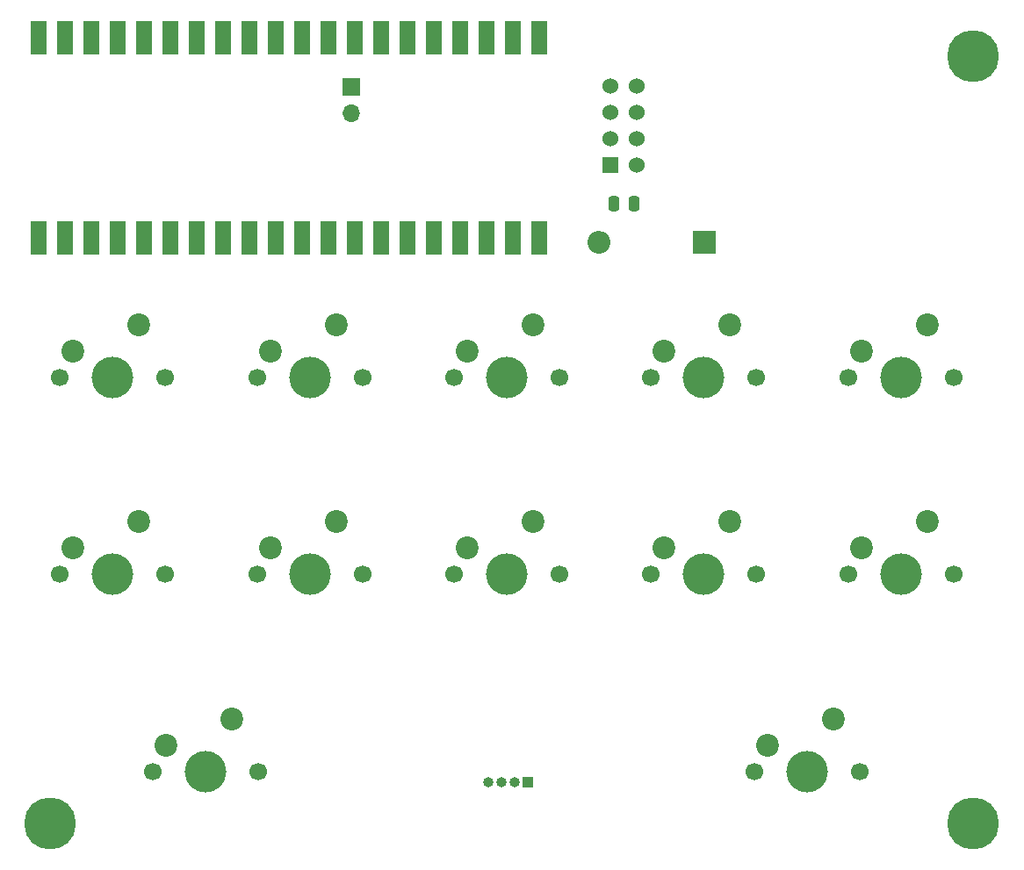
<source format=gts>
%TF.GenerationSoftware,KiCad,Pcbnew,6.0.5-a6ca702e91~116~ubuntu22.04.1*%
%TF.CreationDate,2022-07-07T11:21:45+05:30*%
%TF.ProjectId,macro_pad,6d616372-6f5f-4706-9164-2e6b69636164,rev?*%
%TF.SameCoordinates,Original*%
%TF.FileFunction,Soldermask,Top*%
%TF.FilePolarity,Negative*%
%FSLAX46Y46*%
G04 Gerber Fmt 4.6, Leading zero omitted, Abs format (unit mm)*
G04 Created by KiCad (PCBNEW 6.0.5-a6ca702e91~116~ubuntu22.04.1) date 2022-07-07 11:21:45*
%MOMM*%
%LPD*%
G01*
G04 APERTURE LIST*
G04 Aperture macros list*
%AMRoundRect*
0 Rectangle with rounded corners*
0 $1 Rounding radius*
0 $2 $3 $4 $5 $6 $7 $8 $9 X,Y pos of 4 corners*
0 Add a 4 corners polygon primitive as box body*
4,1,4,$2,$3,$4,$5,$6,$7,$8,$9,$2,$3,0*
0 Add four circle primitives for the rounded corners*
1,1,$1+$1,$2,$3*
1,1,$1+$1,$4,$5*
1,1,$1+$1,$6,$7*
1,1,$1+$1,$8,$9*
0 Add four rect primitives between the rounded corners*
20,1,$1+$1,$2,$3,$4,$5,0*
20,1,$1+$1,$4,$5,$6,$7,0*
20,1,$1+$1,$6,$7,$8,$9,0*
20,1,$1+$1,$8,$9,$2,$3,0*%
G04 Aperture macros list end*
%ADD10R,1.000000X1.000000*%
%ADD11O,1.000000X1.000000*%
%ADD12R,1.600000X3.200000*%
%ADD13C,1.700000*%
%ADD14C,4.000000*%
%ADD15C,2.200000*%
%ADD16RoundRect,0.250000X0.250000X0.475000X-0.250000X0.475000X-0.250000X-0.475000X0.250000X-0.475000X0*%
%ADD17R,2.200000X2.200000*%
%ADD18O,2.200000X2.200000*%
%ADD19R,1.700000X1.700000*%
%ADD20O,1.700000X1.700000*%
%ADD21C,5.000000*%
%ADD22R,1.524000X1.524000*%
%ADD23C,1.524000*%
G04 APERTURE END LIST*
D10*
%TO.C,D1*%
X147000000Y-152000000D03*
D11*
X145730000Y-152000000D03*
X144460000Y-152000000D03*
X143190000Y-152000000D03*
%TD*%
D12*
%TO.C,U2*%
X99880000Y-99580000D03*
X102420000Y-99580000D03*
X104960000Y-99580000D03*
X107500000Y-99580000D03*
X110040000Y-99580000D03*
X112580000Y-99580000D03*
X115120000Y-99580000D03*
X117660000Y-99580000D03*
X120200000Y-99580000D03*
X122740000Y-99580000D03*
X125280000Y-99580000D03*
X127820000Y-99580000D03*
X130360000Y-99580000D03*
X132900000Y-99580000D03*
X135440000Y-99580000D03*
X137980000Y-99580000D03*
X140520000Y-99580000D03*
X143060000Y-99580000D03*
X145600000Y-99580000D03*
X148140000Y-99580000D03*
X148120000Y-80200000D03*
X145580000Y-80200000D03*
X143040000Y-80200000D03*
X140500000Y-80200000D03*
X137960000Y-80200000D03*
X135420000Y-80200000D03*
X132880000Y-80200000D03*
X130340000Y-80200000D03*
X127800000Y-80200000D03*
X125260000Y-80200000D03*
X122720000Y-80200000D03*
X120180000Y-80200000D03*
X117640000Y-80200000D03*
X115100000Y-80200000D03*
X112560000Y-80200000D03*
X110020000Y-80200000D03*
X107480000Y-80200000D03*
X104940000Y-80200000D03*
X102400000Y-80200000D03*
X99860000Y-80200000D03*
%TD*%
D13*
%TO.C,SW12*%
X168920000Y-151000000D03*
D14*
X174000000Y-151000000D03*
D13*
X179080000Y-151000000D03*
D15*
X176540000Y-145920000D03*
X170190000Y-148460000D03*
%TD*%
D14*
%TO.C,SW6*%
X107000000Y-132000000D03*
D13*
X101920000Y-132000000D03*
X112080000Y-132000000D03*
D15*
X109540000Y-126920000D03*
X103190000Y-129460000D03*
%TD*%
D13*
%TO.C,SW8*%
X150080000Y-132000000D03*
X139920000Y-132000000D03*
D14*
X145000000Y-132000000D03*
D15*
X147540000Y-126920000D03*
X141190000Y-129460000D03*
%TD*%
D14*
%TO.C,SW1*%
X107000000Y-113000000D03*
D13*
X101920000Y-113000000D03*
X112080000Y-113000000D03*
D15*
X109540000Y-107920000D03*
X103190000Y-110460000D03*
%TD*%
D13*
%TO.C,SW9*%
X169080000Y-132000000D03*
X158920000Y-132000000D03*
D14*
X164000000Y-132000000D03*
D15*
X166540000Y-126920000D03*
X160190000Y-129460000D03*
%TD*%
D16*
%TO.C,C1*%
X157240000Y-96260000D03*
X155340000Y-96260000D03*
%TD*%
D17*
%TO.C,D2*%
X164080000Y-100000000D03*
D18*
X153920000Y-100000000D03*
%TD*%
D13*
%TO.C,SW2*%
X131080000Y-113000000D03*
D14*
X126000000Y-113000000D03*
D13*
X120920000Y-113000000D03*
D15*
X128540000Y-107920000D03*
X122190000Y-110460000D03*
%TD*%
D13*
%TO.C,SW5*%
X177920000Y-113000000D03*
D14*
X183000000Y-113000000D03*
D13*
X188080000Y-113000000D03*
D15*
X185540000Y-107920000D03*
X179190000Y-110460000D03*
%TD*%
D13*
%TO.C,SW11*%
X121080000Y-151000000D03*
X110920000Y-151000000D03*
D14*
X116000000Y-151000000D03*
D15*
X118540000Y-145920000D03*
X112190000Y-148460000D03*
%TD*%
D14*
%TO.C,SW7*%
X126000000Y-132000000D03*
D13*
X120920000Y-132000000D03*
X131080000Y-132000000D03*
D15*
X128540000Y-126920000D03*
X122190000Y-129460000D03*
%TD*%
D13*
%TO.C,SW3*%
X150080000Y-113000000D03*
D14*
X145000000Y-113000000D03*
D13*
X139920000Y-113000000D03*
D15*
X147540000Y-107920000D03*
X141190000Y-110460000D03*
%TD*%
D19*
%TO.C,J1*%
X130000000Y-85000000D03*
D20*
X130000000Y-87540000D03*
%TD*%
D21*
%TO.C,H2*%
X190000000Y-82000000D03*
%TD*%
%TO.C,H4*%
X190000000Y-156000000D03*
%TD*%
%TO.C,H3*%
X101000000Y-156000000D03*
%TD*%
D13*
%TO.C,SW10*%
X177920000Y-132000000D03*
D14*
X183000000Y-132000000D03*
D13*
X188080000Y-132000000D03*
D15*
X185540000Y-126920000D03*
X179190000Y-129460000D03*
%TD*%
D14*
%TO.C,SW4*%
X164000000Y-113000000D03*
D13*
X158920000Y-113000000D03*
X169080000Y-113000000D03*
D15*
X166540000Y-107920000D03*
X160190000Y-110460000D03*
%TD*%
D22*
%TO.C,U3*%
X155000000Y-92540000D03*
D23*
X157540000Y-92540000D03*
X155000000Y-90000000D03*
X157540000Y-90000000D03*
X155000000Y-87460000D03*
X157540000Y-87460000D03*
X155000000Y-84920000D03*
X157540000Y-84920000D03*
%TD*%
M02*

</source>
